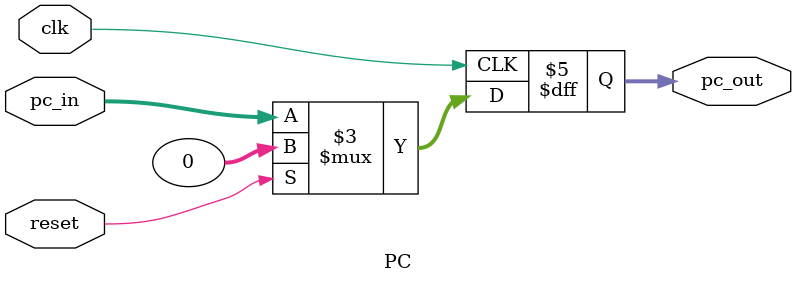
<source format=v>

module PC (
    input clk,               
    input reset,             
    input [31:0] pc_in,      
    output reg [31:0] pc_out 
);

    
    always @(posedge clk) begin
        if (reset)
            pc_out <= 32'b0;      
        else
            pc_out <= pc_in;      
    end

endmodule
//module PC_tb;
//
//    reg clk;                 // Clock signal
//    reg reset;               // Reset signal
//    reg [31:0] pc_in;        // Input to the PC
//    wire [31:0] pc_out;      // Output of the PC
//
//    // Instantiate the ProgramCounter module
//    PC uut (
//        .clk(clk),
//        .reset(reset),
//        .pc_in(pc_in),
//        .pc_out(pc_out)
//    );
//
//    // Clock generation
//    always #5 clk = ~clk;    // Clock period = 10 time units
//
//    initial begin
//        // Initialize signals
//        clk = 0;
//        reset = 1;
//        pc_in = 32'b0;
//
//        // Monitor PC output
//        $monitor("Time = %0t, Reset = %b, PC_in = %h, PC_out = %h", $time, reset, pc_in, pc_out);
//
//        // Test reset behavior
//        #10 reset = 0;       // De-assert reset
//        pc_in = 32'h4;       // Next PC value = 4
//        #10;
//
//        pc_in = 32'h8;       // Next PC value = 8
//        #10;
//
//        pc_in = 32'hC;       // Next PC value = C
//        #10;
//
//        reset = 1;           // Assert reset again
//        #10;
//
//        $finish;             // End simulation
//    end
//
//endmodule

</source>
